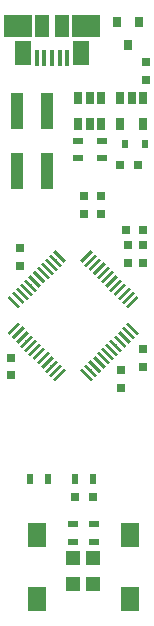
<source format=gtp>
G04 #@! TF.GenerationSoftware,KiCad,Pcbnew,no-vcs-found-91ed3e2~59~ubuntu16.04.1*
G04 #@! TF.CreationDate,2017-10-23T14:28:14-03:00*
G04 #@! TF.ProjectId,ciaa-z3r0,636961612D7A3372302E6B696361645F,rev?*
G04 #@! TF.SameCoordinates,Original*
G04 #@! TF.FileFunction,Paste,Top*
G04 #@! TF.FilePolarity,Positive*
%FSLAX46Y46*%
G04 Gerber Fmt 4.6, Leading zero omitted, Abs format (unit mm)*
G04 Created by KiCad (PCBNEW no-vcs-found-91ed3e2~59~ubuntu16.04.1) date Mon Oct 23 14:28:14 2017*
%MOMM*%
%LPD*%
G01*
G04 APERTURE LIST*
%ADD10R,0.800000X0.750000*%
%ADD11R,0.750000X0.800000*%
%ADD12R,1.200000X1.200000*%
%ADD13R,0.800000X0.900000*%
%ADD14R,0.600000X0.800000*%
%ADD15R,0.450000X1.380000*%
%ADD16R,1.475000X2.100000*%
%ADD17R,2.375000X1.900000*%
%ADD18R,1.175000X1.900000*%
%ADD19R,1.000000X3.150000*%
%ADD20R,0.900000X0.500000*%
%ADD21R,0.500000X0.900000*%
%ADD22R,1.600000X2.000000*%
%ADD23C,0.250000*%
%ADD24C,0.150000*%
%ADD25R,0.650000X1.060000*%
G04 APERTURE END LIST*
D10*
X128528000Y-111555000D03*
X127028000Y-111555000D03*
D11*
X121588000Y-99805000D03*
X121588000Y-101305000D03*
X122318000Y-90525000D03*
X122318000Y-92025000D03*
X130928000Y-100885000D03*
X130928000Y-102385000D03*
X132748000Y-100585000D03*
X132748000Y-99085000D03*
X131468000Y-91785000D03*
X131468000Y-90285000D03*
X127788000Y-86145000D03*
X127788000Y-87645000D03*
X132778000Y-91775000D03*
X132778000Y-90275000D03*
D10*
X132808000Y-88975000D03*
X131308000Y-88975000D03*
X130848000Y-83465000D03*
X132348000Y-83465000D03*
D11*
X132988000Y-76295000D03*
X132988000Y-74795000D03*
X129188000Y-86145000D03*
X129188000Y-87645000D03*
D12*
X126803001Y-116732500D03*
X126803001Y-118932500D03*
D13*
X132468000Y-71345000D03*
X130568000Y-71345000D03*
X131518000Y-73345000D03*
D12*
X128573001Y-118932500D03*
X128573001Y-116732500D03*
D14*
X131208000Y-81715000D03*
X132908000Y-81715000D03*
D15*
X126368000Y-74385000D03*
X125718000Y-74385000D03*
X125068000Y-74385000D03*
X124418000Y-74385000D03*
X123768000Y-74385000D03*
D16*
X127530500Y-74025000D03*
X122605500Y-74025000D03*
D17*
X127978000Y-71725000D03*
X122158000Y-71725000D03*
D18*
X125908000Y-71725000D03*
X124228000Y-71725000D03*
D19*
X124628000Y-78940000D03*
X124628000Y-83990000D03*
X122088000Y-78940000D03*
X122088000Y-83990000D03*
D20*
X127288000Y-82925000D03*
X127288000Y-81425000D03*
X129318000Y-81415000D03*
X129318000Y-82915000D03*
X126808000Y-115385000D03*
X126808000Y-113885000D03*
D21*
X128548000Y-110035000D03*
X127048000Y-110035000D03*
X124688000Y-110105000D03*
X123188000Y-110105000D03*
D20*
X128588000Y-113875000D03*
X128588000Y-115375000D03*
D22*
X131698000Y-120255000D03*
X131698000Y-114855000D03*
X123818000Y-114805000D03*
X123818000Y-120205000D03*
D23*
X121837542Y-95083629D03*
D24*
G36*
X122385550Y-95454860D02*
X122208773Y-95631637D01*
X121289534Y-94712398D01*
X121466311Y-94535621D01*
X122385550Y-95454860D01*
X122385550Y-95454860D01*
G37*
D23*
X122191095Y-94730076D03*
D24*
G36*
X122739103Y-95101307D02*
X122562326Y-95278084D01*
X121643087Y-94358845D01*
X121819864Y-94182068D01*
X122739103Y-95101307D01*
X122739103Y-95101307D01*
G37*
D23*
X122544649Y-94376522D03*
D24*
G36*
X123092657Y-94747753D02*
X122915880Y-94924530D01*
X121996641Y-94005291D01*
X122173418Y-93828514D01*
X123092657Y-94747753D01*
X123092657Y-94747753D01*
G37*
D23*
X122898202Y-94022969D03*
D24*
G36*
X123446210Y-94394200D02*
X123269433Y-94570977D01*
X122350194Y-93651738D01*
X122526971Y-93474961D01*
X123446210Y-94394200D01*
X123446210Y-94394200D01*
G37*
D23*
X123251755Y-93669416D03*
D24*
G36*
X123799763Y-94040647D02*
X123622986Y-94217424D01*
X122703747Y-93298185D01*
X122880524Y-93121408D01*
X123799763Y-94040647D01*
X123799763Y-94040647D01*
G37*
D23*
X123605309Y-93315862D03*
D24*
G36*
X124153317Y-93687093D02*
X123976540Y-93863870D01*
X123057301Y-92944631D01*
X123234078Y-92767854D01*
X124153317Y-93687093D01*
X124153317Y-93687093D01*
G37*
D23*
X123958862Y-92962309D03*
D24*
G36*
X124506870Y-93333540D02*
X124330093Y-93510317D01*
X123410854Y-92591078D01*
X123587631Y-92414301D01*
X124506870Y-93333540D01*
X124506870Y-93333540D01*
G37*
D23*
X124312416Y-92608755D03*
D24*
G36*
X124860424Y-92979986D02*
X124683647Y-93156763D01*
X123764408Y-92237524D01*
X123941185Y-92060747D01*
X124860424Y-92979986D01*
X124860424Y-92979986D01*
G37*
D23*
X124665969Y-92255202D03*
D24*
G36*
X125213977Y-92626433D02*
X125037200Y-92803210D01*
X124117961Y-91883971D01*
X124294738Y-91707194D01*
X125213977Y-92626433D01*
X125213977Y-92626433D01*
G37*
D23*
X125019522Y-91901649D03*
D24*
G36*
X125567530Y-92272880D02*
X125390753Y-92449657D01*
X124471514Y-91530418D01*
X124648291Y-91353641D01*
X125567530Y-92272880D01*
X125567530Y-92272880D01*
G37*
D23*
X125373076Y-91548095D03*
D24*
G36*
X125921084Y-91919326D02*
X125744307Y-92096103D01*
X124825068Y-91176864D01*
X125001845Y-91000087D01*
X125921084Y-91919326D01*
X125921084Y-91919326D01*
G37*
D23*
X125726629Y-91194542D03*
D24*
G36*
X126274637Y-91565773D02*
X126097860Y-91742550D01*
X125178621Y-90823311D01*
X125355398Y-90646534D01*
X126274637Y-91565773D01*
X126274637Y-91565773D01*
G37*
D23*
X127989371Y-91194542D03*
D24*
G36*
X127618140Y-91742550D02*
X127441363Y-91565773D01*
X128360602Y-90646534D01*
X128537379Y-90823311D01*
X127618140Y-91742550D01*
X127618140Y-91742550D01*
G37*
D23*
X128342924Y-91548095D03*
D24*
G36*
X127971693Y-92096103D02*
X127794916Y-91919326D01*
X128714155Y-91000087D01*
X128890932Y-91176864D01*
X127971693Y-92096103D01*
X127971693Y-92096103D01*
G37*
D23*
X128696478Y-91901649D03*
D24*
G36*
X128325247Y-92449657D02*
X128148470Y-92272880D01*
X129067709Y-91353641D01*
X129244486Y-91530418D01*
X128325247Y-92449657D01*
X128325247Y-92449657D01*
G37*
D23*
X129050031Y-92255202D03*
D24*
G36*
X128678800Y-92803210D02*
X128502023Y-92626433D01*
X129421262Y-91707194D01*
X129598039Y-91883971D01*
X128678800Y-92803210D01*
X128678800Y-92803210D01*
G37*
D23*
X129403584Y-92608755D03*
D24*
G36*
X129032353Y-93156763D02*
X128855576Y-92979986D01*
X129774815Y-92060747D01*
X129951592Y-92237524D01*
X129032353Y-93156763D01*
X129032353Y-93156763D01*
G37*
D23*
X129757138Y-92962309D03*
D24*
G36*
X129385907Y-93510317D02*
X129209130Y-93333540D01*
X130128369Y-92414301D01*
X130305146Y-92591078D01*
X129385907Y-93510317D01*
X129385907Y-93510317D01*
G37*
D23*
X130110691Y-93315862D03*
D24*
G36*
X129739460Y-93863870D02*
X129562683Y-93687093D01*
X130481922Y-92767854D01*
X130658699Y-92944631D01*
X129739460Y-93863870D01*
X129739460Y-93863870D01*
G37*
D23*
X130464245Y-93669416D03*
D24*
G36*
X130093014Y-94217424D02*
X129916237Y-94040647D01*
X130835476Y-93121408D01*
X131012253Y-93298185D01*
X130093014Y-94217424D01*
X130093014Y-94217424D01*
G37*
D23*
X130817798Y-94022969D03*
D24*
G36*
X130446567Y-94570977D02*
X130269790Y-94394200D01*
X131189029Y-93474961D01*
X131365806Y-93651738D01*
X130446567Y-94570977D01*
X130446567Y-94570977D01*
G37*
D23*
X131171351Y-94376522D03*
D24*
G36*
X130800120Y-94924530D02*
X130623343Y-94747753D01*
X131542582Y-93828514D01*
X131719359Y-94005291D01*
X130800120Y-94924530D01*
X130800120Y-94924530D01*
G37*
D23*
X131524905Y-94730076D03*
D24*
G36*
X131153674Y-95278084D02*
X130976897Y-95101307D01*
X131896136Y-94182068D01*
X132072913Y-94358845D01*
X131153674Y-95278084D01*
X131153674Y-95278084D01*
G37*
D23*
X131878458Y-95083629D03*
D24*
G36*
X131507227Y-95631637D02*
X131330450Y-95454860D01*
X132249689Y-94535621D01*
X132426466Y-94712398D01*
X131507227Y-95631637D01*
X131507227Y-95631637D01*
G37*
D23*
X131878458Y-97346371D03*
D24*
G36*
X132426466Y-97717602D02*
X132249689Y-97894379D01*
X131330450Y-96975140D01*
X131507227Y-96798363D01*
X132426466Y-97717602D01*
X132426466Y-97717602D01*
G37*
D23*
X131524905Y-97699924D03*
D24*
G36*
X132072913Y-98071155D02*
X131896136Y-98247932D01*
X130976897Y-97328693D01*
X131153674Y-97151916D01*
X132072913Y-98071155D01*
X132072913Y-98071155D01*
G37*
D23*
X131171351Y-98053478D03*
D24*
G36*
X131719359Y-98424709D02*
X131542582Y-98601486D01*
X130623343Y-97682247D01*
X130800120Y-97505470D01*
X131719359Y-98424709D01*
X131719359Y-98424709D01*
G37*
D23*
X130817798Y-98407031D03*
D24*
G36*
X131365806Y-98778262D02*
X131189029Y-98955039D01*
X130269790Y-98035800D01*
X130446567Y-97859023D01*
X131365806Y-98778262D01*
X131365806Y-98778262D01*
G37*
D23*
X130464245Y-98760584D03*
D24*
G36*
X131012253Y-99131815D02*
X130835476Y-99308592D01*
X129916237Y-98389353D01*
X130093014Y-98212576D01*
X131012253Y-99131815D01*
X131012253Y-99131815D01*
G37*
D23*
X130110691Y-99114138D03*
D24*
G36*
X130658699Y-99485369D02*
X130481922Y-99662146D01*
X129562683Y-98742907D01*
X129739460Y-98566130D01*
X130658699Y-99485369D01*
X130658699Y-99485369D01*
G37*
D23*
X129757138Y-99467691D03*
D24*
G36*
X130305146Y-99838922D02*
X130128369Y-100015699D01*
X129209130Y-99096460D01*
X129385907Y-98919683D01*
X130305146Y-99838922D01*
X130305146Y-99838922D01*
G37*
D23*
X129403584Y-99821245D03*
D24*
G36*
X129951592Y-100192476D02*
X129774815Y-100369253D01*
X128855576Y-99450014D01*
X129032353Y-99273237D01*
X129951592Y-100192476D01*
X129951592Y-100192476D01*
G37*
D23*
X129050031Y-100174798D03*
D24*
G36*
X129598039Y-100546029D02*
X129421262Y-100722806D01*
X128502023Y-99803567D01*
X128678800Y-99626790D01*
X129598039Y-100546029D01*
X129598039Y-100546029D01*
G37*
D23*
X128696478Y-100528351D03*
D24*
G36*
X129244486Y-100899582D02*
X129067709Y-101076359D01*
X128148470Y-100157120D01*
X128325247Y-99980343D01*
X129244486Y-100899582D01*
X129244486Y-100899582D01*
G37*
D23*
X128342924Y-100881905D03*
D24*
G36*
X128890932Y-101253136D02*
X128714155Y-101429913D01*
X127794916Y-100510674D01*
X127971693Y-100333897D01*
X128890932Y-101253136D01*
X128890932Y-101253136D01*
G37*
D23*
X127989371Y-101235458D03*
D24*
G36*
X128537379Y-101606689D02*
X128360602Y-101783466D01*
X127441363Y-100864227D01*
X127618140Y-100687450D01*
X128537379Y-101606689D01*
X128537379Y-101606689D01*
G37*
D23*
X125726629Y-101235458D03*
D24*
G36*
X125355398Y-101783466D02*
X125178621Y-101606689D01*
X126097860Y-100687450D01*
X126274637Y-100864227D01*
X125355398Y-101783466D01*
X125355398Y-101783466D01*
G37*
D23*
X125373076Y-100881905D03*
D24*
G36*
X125001845Y-101429913D02*
X124825068Y-101253136D01*
X125744307Y-100333897D01*
X125921084Y-100510674D01*
X125001845Y-101429913D01*
X125001845Y-101429913D01*
G37*
D23*
X125019522Y-100528351D03*
D24*
G36*
X124648291Y-101076359D02*
X124471514Y-100899582D01*
X125390753Y-99980343D01*
X125567530Y-100157120D01*
X124648291Y-101076359D01*
X124648291Y-101076359D01*
G37*
D23*
X124665969Y-100174798D03*
D24*
G36*
X124294738Y-100722806D02*
X124117961Y-100546029D01*
X125037200Y-99626790D01*
X125213977Y-99803567D01*
X124294738Y-100722806D01*
X124294738Y-100722806D01*
G37*
D23*
X124312416Y-99821245D03*
D24*
G36*
X123941185Y-100369253D02*
X123764408Y-100192476D01*
X124683647Y-99273237D01*
X124860424Y-99450014D01*
X123941185Y-100369253D01*
X123941185Y-100369253D01*
G37*
D23*
X123958862Y-99467691D03*
D24*
G36*
X123587631Y-100015699D02*
X123410854Y-99838922D01*
X124330093Y-98919683D01*
X124506870Y-99096460D01*
X123587631Y-100015699D01*
X123587631Y-100015699D01*
G37*
D23*
X123605309Y-99114138D03*
D24*
G36*
X123234078Y-99662146D02*
X123057301Y-99485369D01*
X123976540Y-98566130D01*
X124153317Y-98742907D01*
X123234078Y-99662146D01*
X123234078Y-99662146D01*
G37*
D23*
X123251755Y-98760584D03*
D24*
G36*
X122880524Y-99308592D02*
X122703747Y-99131815D01*
X123622986Y-98212576D01*
X123799763Y-98389353D01*
X122880524Y-99308592D01*
X122880524Y-99308592D01*
G37*
D23*
X122898202Y-98407031D03*
D24*
G36*
X122526971Y-98955039D02*
X122350194Y-98778262D01*
X123269433Y-97859023D01*
X123446210Y-98035800D01*
X122526971Y-98955039D01*
X122526971Y-98955039D01*
G37*
D23*
X122544649Y-98053478D03*
D24*
G36*
X122173418Y-98601486D02*
X121996641Y-98424709D01*
X122915880Y-97505470D01*
X123092657Y-97682247D01*
X122173418Y-98601486D01*
X122173418Y-98601486D01*
G37*
D23*
X122191095Y-97699924D03*
D24*
G36*
X121819864Y-98247932D02*
X121643087Y-98071155D01*
X122562326Y-97151916D01*
X122739103Y-97328693D01*
X121819864Y-98247932D01*
X121819864Y-98247932D01*
G37*
D23*
X121837542Y-97346371D03*
D24*
G36*
X121466311Y-97894379D02*
X121289534Y-97717602D01*
X122208773Y-96798363D01*
X122385550Y-96975140D01*
X121466311Y-97894379D01*
X121466311Y-97894379D01*
G37*
D25*
X132748000Y-77825000D03*
X131798000Y-77825000D03*
X130848000Y-77825000D03*
X130848000Y-80025000D03*
X132748000Y-80025000D03*
X127288000Y-80005000D03*
X128238000Y-80005000D03*
X129188000Y-80005000D03*
X129188000Y-77805000D03*
X127288000Y-77805000D03*
X128238000Y-77805000D03*
M02*

</source>
